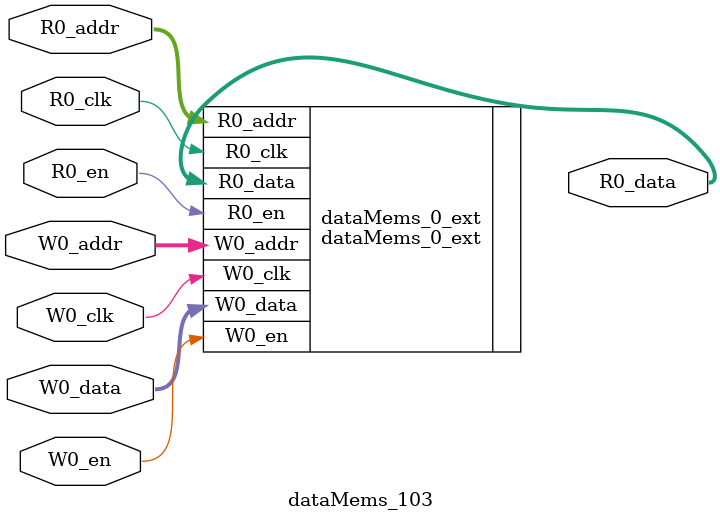
<source format=sv>
`ifndef RANDOMIZE
  `ifdef RANDOMIZE_REG_INIT
    `define RANDOMIZE
  `endif // RANDOMIZE_REG_INIT
`endif // not def RANDOMIZE
`ifndef RANDOMIZE
  `ifdef RANDOMIZE_MEM_INIT
    `define RANDOMIZE
  `endif // RANDOMIZE_MEM_INIT
`endif // not def RANDOMIZE

`ifndef RANDOM
  `define RANDOM $random
`endif // not def RANDOM

// Users can define 'PRINTF_COND' to add an extra gate to prints.
`ifndef PRINTF_COND_
  `ifdef PRINTF_COND
    `define PRINTF_COND_ (`PRINTF_COND)
  `else  // PRINTF_COND
    `define PRINTF_COND_ 1
  `endif // PRINTF_COND
`endif // not def PRINTF_COND_

// Users can define 'ASSERT_VERBOSE_COND' to add an extra gate to assert error printing.
`ifndef ASSERT_VERBOSE_COND_
  `ifdef ASSERT_VERBOSE_COND
    `define ASSERT_VERBOSE_COND_ (`ASSERT_VERBOSE_COND)
  `else  // ASSERT_VERBOSE_COND
    `define ASSERT_VERBOSE_COND_ 1
  `endif // ASSERT_VERBOSE_COND
`endif // not def ASSERT_VERBOSE_COND_

// Users can define 'STOP_COND' to add an extra gate to stop conditions.
`ifndef STOP_COND_
  `ifdef STOP_COND
    `define STOP_COND_ (`STOP_COND)
  `else  // STOP_COND
    `define STOP_COND_ 1
  `endif // STOP_COND
`endif // not def STOP_COND_

// Users can define INIT_RANDOM as general code that gets injected into the
// initializer block for modules with registers.
`ifndef INIT_RANDOM
  `define INIT_RANDOM
`endif // not def INIT_RANDOM

// If using random initialization, you can also define RANDOMIZE_DELAY to
// customize the delay used, otherwise 0.002 is used.
`ifndef RANDOMIZE_DELAY
  `define RANDOMIZE_DELAY 0.002
`endif // not def RANDOMIZE_DELAY

// Define INIT_RANDOM_PROLOG_ for use in our modules below.
`ifndef INIT_RANDOM_PROLOG_
  `ifdef RANDOMIZE
    `ifdef VERILATOR
      `define INIT_RANDOM_PROLOG_ `INIT_RANDOM
    `else  // VERILATOR
      `define INIT_RANDOM_PROLOG_ `INIT_RANDOM #`RANDOMIZE_DELAY begin end
    `endif // VERILATOR
  `else  // RANDOMIZE
    `define INIT_RANDOM_PROLOG_
  `endif // RANDOMIZE
`endif // not def INIT_RANDOM_PROLOG_

// Include register initializers in init blocks unless synthesis is set
`ifndef SYNTHESIS
  `ifndef ENABLE_INITIAL_REG_
    `define ENABLE_INITIAL_REG_
  `endif // not def ENABLE_INITIAL_REG_
`endif // not def SYNTHESIS

// Include rmemory initializers in init blocks unless synthesis is set
`ifndef SYNTHESIS
  `ifndef ENABLE_INITIAL_MEM_
    `define ENABLE_INITIAL_MEM_
  `endif // not def ENABLE_INITIAL_MEM_
`endif // not def SYNTHESIS

module dataMems_103(	// @[generators/ara/src/main/scala/UnsafeAXI4ToTL.scala:365:62]
  input  [4:0]   R0_addr,
  input          R0_en,
  input          R0_clk,
  output [258:0] R0_data,
  input  [4:0]   W0_addr,
  input          W0_en,
  input          W0_clk,
  input  [258:0] W0_data
);

  dataMems_0_ext dataMems_0_ext (	// @[generators/ara/src/main/scala/UnsafeAXI4ToTL.scala:365:62]
    .R0_addr (R0_addr),
    .R0_en   (R0_en),
    .R0_clk  (R0_clk),
    .R0_data (R0_data),
    .W0_addr (W0_addr),
    .W0_en   (W0_en),
    .W0_clk  (W0_clk),
    .W0_data (W0_data)
  );
endmodule


</source>
